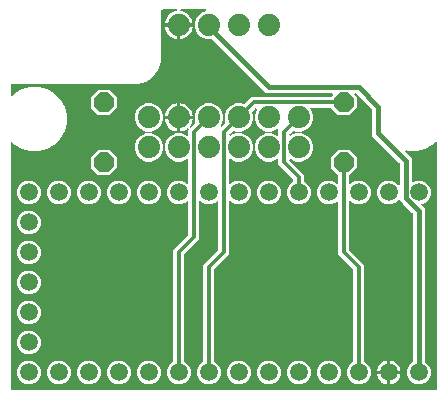
<source format=gbr>
G04 EAGLE Gerber RS-274X export*
G75*
%MOMM*%
%FSLAX34Y34*%
%LPD*%
%INBottom Copper*%
%IPPOS*%
%AMOC8*
5,1,8,0,0,1.08239X$1,22.5*%
G01*
%ADD10C,1.879600*%
%ADD11P,1.814519X8X292.500000*%
%ADD12C,1.508000*%
%ADD13C,0.406400*%
%ADD14C,0.304800*%

G36*
X370098Y10164D02*
X370098Y10164D01*
X370117Y10162D01*
X370219Y10184D01*
X370321Y10200D01*
X370338Y10210D01*
X370358Y10214D01*
X370447Y10267D01*
X370538Y10316D01*
X370552Y10330D01*
X370569Y10340D01*
X370636Y10419D01*
X370708Y10494D01*
X370716Y10512D01*
X370729Y10527D01*
X370768Y10623D01*
X370811Y10717D01*
X370813Y10737D01*
X370821Y10755D01*
X370839Y10922D01*
X370839Y220090D01*
X370828Y220161D01*
X370826Y220233D01*
X370808Y220282D01*
X370800Y220333D01*
X370766Y220396D01*
X370741Y220464D01*
X370709Y220504D01*
X370684Y220551D01*
X370632Y220600D01*
X370588Y220656D01*
X370544Y220684D01*
X370506Y220720D01*
X370441Y220750D01*
X370381Y220789D01*
X370330Y220802D01*
X370283Y220824D01*
X370212Y220831D01*
X370142Y220849D01*
X370090Y220845D01*
X370039Y220851D01*
X369968Y220835D01*
X369897Y220830D01*
X369849Y220809D01*
X369798Y220798D01*
X369737Y220762D01*
X369671Y220733D01*
X369615Y220689D01*
X369587Y220672D01*
X369572Y220654D01*
X369540Y220629D01*
X367177Y218266D01*
X360984Y214690D01*
X354076Y212839D01*
X346924Y212839D01*
X345076Y213335D01*
X345028Y213339D01*
X344982Y213353D01*
X344906Y213351D01*
X344831Y213359D01*
X344784Y213348D01*
X344736Y213347D01*
X344665Y213321D01*
X344591Y213304D01*
X344550Y213279D01*
X344505Y213263D01*
X344446Y213215D01*
X344382Y213176D01*
X344351Y213139D01*
X344313Y213109D01*
X344272Y213045D01*
X344224Y212987D01*
X344206Y212942D01*
X344180Y212902D01*
X344162Y212829D01*
X344134Y212758D01*
X344132Y212710D01*
X344120Y212663D01*
X344126Y212588D01*
X344123Y212512D01*
X344136Y212466D01*
X344139Y212418D01*
X344169Y212349D01*
X344190Y212276D01*
X344217Y212236D01*
X344236Y212192D01*
X344316Y212091D01*
X344329Y212073D01*
X344334Y212069D01*
X344340Y212061D01*
X346386Y210016D01*
X349585Y206817D01*
X349585Y187359D01*
X349592Y187314D01*
X349590Y187268D01*
X349612Y187193D01*
X349624Y187116D01*
X349646Y187076D01*
X349659Y187032D01*
X349703Y186968D01*
X349740Y186899D01*
X349773Y186867D01*
X349799Y186830D01*
X349862Y186783D01*
X349918Y186729D01*
X349960Y186710D01*
X349996Y186683D01*
X350070Y186659D01*
X350141Y186626D01*
X350187Y186621D01*
X350230Y186607D01*
X350308Y186607D01*
X350385Y186599D01*
X350430Y186609D01*
X350476Y186609D01*
X350608Y186647D01*
X350626Y186651D01*
X350630Y186654D01*
X350637Y186656D01*
X353595Y187881D01*
X357605Y187881D01*
X361310Y186346D01*
X364146Y183510D01*
X365681Y179805D01*
X365681Y175795D01*
X364146Y172090D01*
X361310Y169254D01*
X358353Y168029D01*
X358314Y168005D01*
X358271Y167989D01*
X358210Y167940D01*
X358144Y167899D01*
X358114Y167864D01*
X358079Y167835D01*
X358036Y167770D01*
X357987Y167710D01*
X357970Y167667D01*
X357946Y167628D01*
X357927Y167553D01*
X357899Y167480D01*
X357897Y167434D01*
X357886Y167390D01*
X357892Y167312D01*
X357888Y167234D01*
X357901Y167190D01*
X357905Y167145D01*
X357935Y167073D01*
X357957Y166998D01*
X357983Y166961D01*
X358001Y166918D01*
X358086Y166812D01*
X358097Y166796D01*
X358101Y166793D01*
X358106Y166787D01*
X360681Y164212D01*
X360681Y34715D01*
X360700Y34601D01*
X360717Y34485D01*
X360719Y34479D01*
X360720Y34473D01*
X360775Y34370D01*
X360828Y34265D01*
X360833Y34261D01*
X360836Y34255D01*
X360920Y34175D01*
X361004Y34093D01*
X361010Y34089D01*
X361014Y34086D01*
X361031Y34078D01*
X361151Y34012D01*
X361310Y33946D01*
X364146Y31110D01*
X365681Y27405D01*
X365681Y23395D01*
X364146Y19690D01*
X361310Y16854D01*
X357605Y15319D01*
X353595Y15319D01*
X349890Y16854D01*
X347054Y19690D01*
X345519Y23395D01*
X345519Y27405D01*
X347054Y31110D01*
X349890Y33946D01*
X350049Y34012D01*
X350149Y34074D01*
X350249Y34134D01*
X350253Y34138D01*
X350258Y34142D01*
X350333Y34231D01*
X350409Y34321D01*
X350411Y34326D01*
X350415Y34331D01*
X350457Y34439D01*
X350501Y34549D01*
X350502Y34556D01*
X350503Y34561D01*
X350504Y34579D01*
X350519Y34715D01*
X350519Y159688D01*
X350505Y159778D01*
X350497Y159869D01*
X350485Y159899D01*
X350480Y159931D01*
X350437Y160011D01*
X350401Y160095D01*
X350375Y160127D01*
X350364Y160148D01*
X350341Y160170D01*
X350296Y160226D01*
X342622Y167900D01*
X339390Y171133D01*
X339384Y171172D01*
X339350Y171235D01*
X339325Y171303D01*
X339293Y171343D01*
X339268Y171389D01*
X339216Y171439D01*
X339172Y171495D01*
X339128Y171523D01*
X339090Y171559D01*
X339025Y171589D01*
X338965Y171628D01*
X338914Y171640D01*
X338867Y171662D01*
X338796Y171670D01*
X338726Y171688D01*
X338674Y171684D01*
X338623Y171689D01*
X338552Y171674D01*
X338481Y171669D01*
X338433Y171648D01*
X338382Y171637D01*
X338321Y171600D01*
X338255Y171572D01*
X338199Y171527D01*
X338171Y171511D01*
X338156Y171493D01*
X338124Y171467D01*
X335910Y169254D01*
X332205Y167719D01*
X328195Y167719D01*
X324490Y169254D01*
X321654Y172090D01*
X320119Y175795D01*
X320119Y179805D01*
X321654Y183510D01*
X324490Y186346D01*
X328195Y187881D01*
X332205Y187881D01*
X335910Y186346D01*
X338124Y184133D01*
X338182Y184091D01*
X338234Y184041D01*
X338281Y184019D01*
X338323Y183989D01*
X338392Y183968D01*
X338457Y183938D01*
X338509Y183932D01*
X338559Y183917D01*
X338630Y183919D01*
X338701Y183911D01*
X338752Y183922D01*
X338804Y183923D01*
X338872Y183948D01*
X338942Y183963D01*
X338987Y183990D01*
X339035Y184007D01*
X339091Y184052D01*
X339153Y184089D01*
X339187Y184129D01*
X339227Y184161D01*
X339266Y184221D01*
X339313Y184276D01*
X339332Y184324D01*
X339360Y184368D01*
X339378Y184438D01*
X339405Y184504D01*
X339413Y184575D01*
X339421Y184607D01*
X339419Y184630D01*
X339423Y184671D01*
X339423Y202292D01*
X339409Y202383D01*
X339401Y202473D01*
X339389Y202503D01*
X339384Y202535D01*
X339341Y202616D01*
X339305Y202700D01*
X339279Y202732D01*
X339268Y202753D01*
X339245Y202775D01*
X339200Y202831D01*
X319426Y222605D01*
X316227Y225804D01*
X316227Y247772D01*
X316213Y247862D01*
X316205Y247953D01*
X316193Y247983D01*
X316188Y248015D01*
X316145Y248096D01*
X316109Y248179D01*
X316083Y248212D01*
X316072Y248232D01*
X316049Y248254D01*
X316004Y248310D01*
X302918Y261396D01*
X302845Y261449D01*
X302775Y261509D01*
X302745Y261521D01*
X302719Y261540D01*
X302632Y261567D01*
X302547Y261601D01*
X302506Y261605D01*
X302484Y261612D01*
X302451Y261611D01*
X302380Y261619D01*
X301766Y261619D01*
X301695Y261608D01*
X301623Y261606D01*
X301574Y261588D01*
X301523Y261580D01*
X301460Y261546D01*
X301392Y261521D01*
X301352Y261489D01*
X301305Y261464D01*
X301256Y261412D01*
X301200Y261368D01*
X301172Y261324D01*
X301136Y261286D01*
X301106Y261221D01*
X301067Y261161D01*
X301054Y261110D01*
X301032Y261063D01*
X301025Y260992D01*
X301007Y260922D01*
X301011Y260870D01*
X301005Y260819D01*
X301021Y260748D01*
X301026Y260677D01*
X301047Y260629D01*
X301058Y260578D01*
X301094Y260517D01*
X301123Y260451D01*
X301167Y260395D01*
X301184Y260367D01*
X301202Y260352D01*
X301227Y260320D01*
X303023Y258524D01*
X303023Y249476D01*
X296624Y243077D01*
X287576Y243077D01*
X281449Y249204D01*
X281375Y249257D01*
X281305Y249317D01*
X281275Y249329D01*
X281249Y249348D01*
X281162Y249375D01*
X281077Y249409D01*
X281036Y249413D01*
X281014Y249420D01*
X280982Y249419D01*
X280910Y249427D01*
X264594Y249427D01*
X264524Y249416D01*
X264452Y249414D01*
X264403Y249396D01*
X264352Y249388D01*
X264288Y249354D01*
X264221Y249329D01*
X264180Y249297D01*
X264134Y249272D01*
X264085Y249220D01*
X264029Y249176D01*
X264001Y249132D01*
X263965Y249094D01*
X263935Y249029D01*
X263896Y248969D01*
X263883Y248918D01*
X263861Y248871D01*
X263853Y248800D01*
X263836Y248730D01*
X263840Y248678D01*
X263834Y248627D01*
X263849Y248556D01*
X263855Y248485D01*
X263875Y248437D01*
X263886Y248386D01*
X263923Y248325D01*
X263951Y248259D01*
X263996Y248203D01*
X264013Y248175D01*
X264030Y248160D01*
X264056Y248128D01*
X264121Y248063D01*
X265939Y243675D01*
X265939Y238925D01*
X264121Y234537D01*
X260763Y231179D01*
X256375Y229361D01*
X251625Y229361D01*
X249905Y230074D01*
X249792Y230100D01*
X249678Y230129D01*
X249672Y230128D01*
X249666Y230130D01*
X249549Y230119D01*
X249433Y230110D01*
X249427Y230107D01*
X249421Y230107D01*
X249313Y230059D01*
X249207Y230014D01*
X249201Y230009D01*
X249196Y230007D01*
X249182Y229994D01*
X249076Y229909D01*
X246445Y227278D01*
X246388Y227199D01*
X246326Y227124D01*
X246317Y227100D01*
X246302Y227078D01*
X246273Y226985D01*
X246238Y226895D01*
X246237Y226868D01*
X246229Y226843D01*
X246232Y226746D01*
X246228Y226649D01*
X246235Y226624D01*
X246236Y226598D01*
X246269Y226506D01*
X246296Y226413D01*
X246311Y226391D01*
X246320Y226367D01*
X246381Y226290D01*
X246436Y226211D01*
X246457Y226195D01*
X246474Y226174D01*
X246556Y226122D01*
X246634Y226064D01*
X246659Y226056D01*
X246681Y226041D01*
X246775Y226018D01*
X246868Y225988D01*
X246894Y225988D01*
X246919Y225981D01*
X247016Y225989D01*
X247114Y225990D01*
X247145Y225999D01*
X247164Y226001D01*
X247195Y226013D01*
X247275Y226037D01*
X251625Y227839D01*
X256375Y227839D01*
X260763Y226021D01*
X264121Y222663D01*
X265939Y218275D01*
X265939Y213525D01*
X264121Y209137D01*
X260763Y205779D01*
X256375Y203961D01*
X251625Y203961D01*
X247275Y205763D01*
X247208Y205779D01*
X247197Y205784D01*
X247182Y205785D01*
X247180Y205786D01*
X247087Y205814D01*
X247061Y205814D01*
X247035Y205820D01*
X246938Y205810D01*
X246841Y205808D01*
X246816Y205799D01*
X246790Y205796D01*
X246701Y205757D01*
X246610Y205723D01*
X246589Y205707D01*
X246566Y205696D01*
X246494Y205631D01*
X246418Y205570D01*
X246404Y205548D01*
X246384Y205530D01*
X246337Y205445D01*
X246285Y205363D01*
X246278Y205337D01*
X246266Y205315D01*
X246249Y205219D01*
X246225Y205124D01*
X246227Y205098D01*
X246222Y205072D01*
X246236Y204976D01*
X246244Y204879D01*
X246254Y204855D01*
X246258Y204829D01*
X246302Y204742D01*
X246340Y204653D01*
X246361Y204627D01*
X246369Y204610D01*
X246393Y204587D01*
X246416Y204558D01*
X246421Y204550D01*
X246426Y204545D01*
X246445Y204522D01*
X258573Y192394D01*
X258573Y187326D01*
X258592Y187211D01*
X258609Y187095D01*
X258611Y187089D01*
X258612Y187083D01*
X258667Y186980D01*
X258720Y186876D01*
X258725Y186871D01*
X258728Y186866D01*
X258812Y186786D01*
X258896Y186703D01*
X258902Y186700D01*
X258906Y186696D01*
X258923Y186689D01*
X259043Y186623D01*
X259710Y186346D01*
X262546Y183510D01*
X264081Y179805D01*
X264081Y175795D01*
X262546Y172090D01*
X259710Y169254D01*
X256005Y167719D01*
X251995Y167719D01*
X248290Y169254D01*
X245454Y172090D01*
X243919Y175795D01*
X243919Y179805D01*
X245454Y183510D01*
X248290Y186346D01*
X248957Y186623D01*
X249057Y186684D01*
X249157Y186744D01*
X249161Y186749D01*
X249166Y186752D01*
X249241Y186843D01*
X249317Y186931D01*
X249319Y186937D01*
X249323Y186942D01*
X249365Y187050D01*
X249409Y187159D01*
X249410Y187167D01*
X249411Y187171D01*
X249412Y187190D01*
X249427Y187326D01*
X249427Y188291D01*
X249422Y188321D01*
X249424Y188333D01*
X249412Y188385D01*
X249405Y188472D01*
X249393Y188501D01*
X249388Y188533D01*
X249375Y188558D01*
X249371Y188573D01*
X249340Y188626D01*
X249309Y188698D01*
X249283Y188730D01*
X249272Y188751D01*
X249256Y188767D01*
X249245Y188784D01*
X249229Y188798D01*
X249204Y188829D01*
X236727Y201306D01*
X236727Y205306D01*
X236716Y205376D01*
X236714Y205448D01*
X236696Y205497D01*
X236688Y205548D01*
X236654Y205612D01*
X236629Y205679D01*
X236597Y205720D01*
X236572Y205766D01*
X236520Y205815D01*
X236476Y205871D01*
X236432Y205899D01*
X236394Y205935D01*
X236329Y205965D01*
X236269Y206004D01*
X236218Y206017D01*
X236171Y206039D01*
X236100Y206047D01*
X236030Y206064D01*
X235978Y206060D01*
X235927Y206066D01*
X235856Y206051D01*
X235785Y206045D01*
X235737Y206025D01*
X235686Y206014D01*
X235625Y205977D01*
X235559Y205949D01*
X235503Y205904D01*
X235475Y205887D01*
X235460Y205870D01*
X235428Y205844D01*
X235363Y205779D01*
X230975Y203961D01*
X226225Y203961D01*
X221837Y205779D01*
X218479Y209137D01*
X216661Y213525D01*
X216661Y218275D01*
X218479Y222663D01*
X221837Y226021D01*
X226225Y227839D01*
X230975Y227839D01*
X235363Y226021D01*
X235428Y225956D01*
X235486Y225914D01*
X235538Y225865D01*
X235585Y225843D01*
X235627Y225813D01*
X235696Y225792D01*
X235761Y225761D01*
X235813Y225756D01*
X235862Y225740D01*
X235934Y225742D01*
X236005Y225734D01*
X236056Y225745D01*
X236108Y225747D01*
X236176Y225771D01*
X236246Y225786D01*
X236291Y225813D01*
X236339Y225831D01*
X236395Y225876D01*
X236457Y225913D01*
X236491Y225952D01*
X236531Y225985D01*
X236570Y226045D01*
X236617Y226100D01*
X236636Y226148D01*
X236664Y226192D01*
X236682Y226261D01*
X236709Y226328D01*
X236717Y226399D01*
X236725Y226430D01*
X236723Y226454D01*
X236727Y226494D01*
X236727Y230706D01*
X236716Y230776D01*
X236714Y230848D01*
X236696Y230897D01*
X236688Y230948D01*
X236654Y231012D01*
X236629Y231079D01*
X236597Y231120D01*
X236572Y231166D01*
X236520Y231215D01*
X236476Y231271D01*
X236432Y231299D01*
X236394Y231335D01*
X236329Y231365D01*
X236269Y231404D01*
X236218Y231417D01*
X236171Y231439D01*
X236100Y231447D01*
X236030Y231464D01*
X235978Y231460D01*
X235927Y231466D01*
X235856Y231451D01*
X235785Y231445D01*
X235737Y231425D01*
X235686Y231414D01*
X235625Y231377D01*
X235559Y231349D01*
X235503Y231304D01*
X235475Y231287D01*
X235460Y231270D01*
X235428Y231244D01*
X235363Y231179D01*
X230975Y229361D01*
X226225Y229361D01*
X221837Y231179D01*
X218479Y234537D01*
X216661Y238925D01*
X216661Y243675D01*
X218463Y248025D01*
X218486Y248120D01*
X218514Y248213D01*
X218514Y248239D01*
X218520Y248265D01*
X218510Y248362D01*
X218508Y248459D01*
X218499Y248484D01*
X218496Y248510D01*
X218457Y248598D01*
X218423Y248690D01*
X218407Y248711D01*
X218396Y248734D01*
X218331Y248806D01*
X218270Y248882D01*
X218248Y248896D01*
X218230Y248916D01*
X218145Y248963D01*
X218063Y249015D01*
X218037Y249022D01*
X218015Y249034D01*
X217919Y249051D01*
X217824Y249075D01*
X217798Y249073D01*
X217772Y249078D01*
X217676Y249064D01*
X217579Y249056D01*
X217555Y249046D01*
X217529Y249042D01*
X217442Y248998D01*
X217353Y248960D01*
X217327Y248939D01*
X217310Y248931D01*
X217287Y248907D01*
X217222Y248855D01*
X214591Y246224D01*
X214524Y246130D01*
X214453Y246036D01*
X214451Y246030D01*
X214448Y246025D01*
X214414Y245914D01*
X214377Y245802D01*
X214377Y245796D01*
X214375Y245790D01*
X214378Y245673D01*
X214380Y245556D01*
X214382Y245549D01*
X214382Y245544D01*
X214388Y245526D01*
X214426Y245395D01*
X215139Y243675D01*
X215139Y238925D01*
X213321Y234537D01*
X209963Y231179D01*
X205575Y229361D01*
X200825Y229361D01*
X199105Y230074D01*
X198992Y230100D01*
X198878Y230129D01*
X198872Y230128D01*
X198866Y230130D01*
X198749Y230119D01*
X198633Y230110D01*
X198627Y230107D01*
X198621Y230107D01*
X198513Y230059D01*
X198407Y230014D01*
X198401Y230009D01*
X198396Y230007D01*
X198382Y229994D01*
X198276Y229909D01*
X195645Y227278D01*
X195588Y227199D01*
X195526Y227124D01*
X195517Y227100D01*
X195502Y227078D01*
X195473Y226985D01*
X195438Y226895D01*
X195437Y226868D01*
X195429Y226843D01*
X195432Y226746D01*
X195428Y226649D01*
X195435Y226624D01*
X195436Y226598D01*
X195469Y226506D01*
X195496Y226413D01*
X195511Y226391D01*
X195520Y226367D01*
X195581Y226290D01*
X195636Y226211D01*
X195657Y226195D01*
X195674Y226174D01*
X195756Y226122D01*
X195834Y226064D01*
X195859Y226056D01*
X195881Y226041D01*
X195975Y226018D01*
X196068Y225988D01*
X196094Y225988D01*
X196119Y225981D01*
X196216Y225989D01*
X196314Y225990D01*
X196345Y225999D01*
X196364Y226001D01*
X196395Y226013D01*
X196475Y226037D01*
X200825Y227839D01*
X205575Y227839D01*
X209963Y226021D01*
X213321Y222663D01*
X215139Y218275D01*
X215139Y213525D01*
X213321Y209137D01*
X209963Y205779D01*
X205575Y203961D01*
X200825Y203961D01*
X196437Y205779D01*
X196372Y205844D01*
X196314Y205886D01*
X196262Y205935D01*
X196215Y205957D01*
X196173Y205987D01*
X196104Y206008D01*
X196039Y206039D01*
X195987Y206044D01*
X195938Y206060D01*
X195866Y206058D01*
X195795Y206066D01*
X195744Y206055D01*
X195692Y206053D01*
X195624Y206029D01*
X195554Y206014D01*
X195509Y205987D01*
X195461Y205969D01*
X195405Y205924D01*
X195343Y205887D01*
X195309Y205848D01*
X195269Y205815D01*
X195230Y205755D01*
X195183Y205700D01*
X195164Y205652D01*
X195136Y205608D01*
X195118Y205539D01*
X195091Y205472D01*
X195083Y205401D01*
X195075Y205370D01*
X195077Y205346D01*
X195073Y205306D01*
X195073Y185767D01*
X195084Y185696D01*
X195086Y185624D01*
X195104Y185575D01*
X195112Y185524D01*
X195146Y185461D01*
X195171Y185393D01*
X195203Y185353D01*
X195228Y185307D01*
X195280Y185257D01*
X195324Y185201D01*
X195368Y185173D01*
X195406Y185137D01*
X195471Y185107D01*
X195531Y185068D01*
X195582Y185056D01*
X195629Y185034D01*
X195700Y185026D01*
X195770Y185008D01*
X195822Y185012D01*
X195873Y185007D01*
X195944Y185022D01*
X196015Y185027D01*
X196063Y185048D01*
X196114Y185059D01*
X196175Y185096D01*
X196241Y185124D01*
X196297Y185169D01*
X196325Y185185D01*
X196340Y185203D01*
X196372Y185229D01*
X197490Y186346D01*
X201195Y187881D01*
X205205Y187881D01*
X208910Y186346D01*
X211746Y183510D01*
X213281Y179805D01*
X213281Y175795D01*
X211746Y172090D01*
X208910Y169254D01*
X205205Y167719D01*
X201195Y167719D01*
X197490Y169254D01*
X196372Y170371D01*
X196314Y170413D01*
X196262Y170463D01*
X196215Y170485D01*
X196173Y170515D01*
X196104Y170536D01*
X196039Y170566D01*
X195987Y170572D01*
X195937Y170587D01*
X195866Y170585D01*
X195795Y170593D01*
X195744Y170582D01*
X195692Y170581D01*
X195624Y170556D01*
X195554Y170541D01*
X195509Y170514D01*
X195461Y170497D01*
X195405Y170452D01*
X195343Y170415D01*
X195309Y170375D01*
X195269Y170343D01*
X195230Y170283D01*
X195183Y170228D01*
X195164Y170180D01*
X195136Y170136D01*
X195118Y170066D01*
X195091Y170000D01*
X195083Y169929D01*
X195075Y169897D01*
X195077Y169874D01*
X195073Y169833D01*
X195073Y125106D01*
X182596Y112629D01*
X182543Y112555D01*
X182483Y112485D01*
X182471Y112455D01*
X182452Y112429D01*
X182425Y112342D01*
X182391Y112257D01*
X182387Y112216D01*
X182380Y112194D01*
X182381Y112162D01*
X182373Y112091D01*
X182373Y34926D01*
X182392Y34811D01*
X182409Y34695D01*
X182411Y34689D01*
X182412Y34683D01*
X182467Y34580D01*
X182520Y34476D01*
X182525Y34471D01*
X182528Y34466D01*
X182612Y34386D01*
X182696Y34303D01*
X182702Y34300D01*
X182706Y34296D01*
X182723Y34289D01*
X182843Y34223D01*
X183510Y33946D01*
X186346Y31110D01*
X187881Y27405D01*
X187881Y23395D01*
X186346Y19690D01*
X183510Y16854D01*
X179805Y15319D01*
X175795Y15319D01*
X172090Y16854D01*
X169254Y19690D01*
X167719Y23395D01*
X167719Y27405D01*
X169254Y31110D01*
X172090Y33946D01*
X172757Y34223D01*
X172857Y34284D01*
X172957Y34344D01*
X172961Y34349D01*
X172966Y34352D01*
X173041Y34443D01*
X173117Y34531D01*
X173119Y34537D01*
X173123Y34542D01*
X173165Y34650D01*
X173209Y34759D01*
X173210Y34767D01*
X173211Y34771D01*
X173212Y34790D01*
X173227Y34926D01*
X173227Y116194D01*
X185704Y128671D01*
X185757Y128745D01*
X185817Y128815D01*
X185829Y128845D01*
X185848Y128871D01*
X185875Y128958D01*
X185909Y129043D01*
X185913Y129084D01*
X185920Y129106D01*
X185919Y129138D01*
X185927Y129209D01*
X185927Y169833D01*
X185916Y169904D01*
X185914Y169976D01*
X185896Y170025D01*
X185888Y170076D01*
X185854Y170139D01*
X185829Y170207D01*
X185797Y170247D01*
X185772Y170293D01*
X185720Y170343D01*
X185676Y170399D01*
X185632Y170427D01*
X185594Y170463D01*
X185529Y170493D01*
X185469Y170532D01*
X185418Y170544D01*
X185371Y170566D01*
X185300Y170574D01*
X185230Y170592D01*
X185178Y170588D01*
X185127Y170593D01*
X185056Y170578D01*
X184985Y170573D01*
X184937Y170552D01*
X184886Y170541D01*
X184825Y170504D01*
X184759Y170476D01*
X184703Y170431D01*
X184675Y170415D01*
X184660Y170397D01*
X184628Y170371D01*
X183510Y169254D01*
X179805Y167719D01*
X175795Y167719D01*
X172090Y169254D01*
X170972Y170371D01*
X170914Y170413D01*
X170862Y170463D01*
X170815Y170485D01*
X170773Y170515D01*
X170704Y170536D01*
X170639Y170566D01*
X170587Y170572D01*
X170537Y170587D01*
X170466Y170585D01*
X170395Y170593D01*
X170344Y170582D01*
X170292Y170581D01*
X170224Y170556D01*
X170154Y170541D01*
X170109Y170514D01*
X170061Y170497D01*
X170005Y170452D01*
X169943Y170415D01*
X169909Y170375D01*
X169869Y170343D01*
X169830Y170283D01*
X169783Y170228D01*
X169764Y170180D01*
X169736Y170136D01*
X169718Y170066D01*
X169691Y170000D01*
X169683Y169929D01*
X169675Y169897D01*
X169677Y169874D01*
X169673Y169833D01*
X169673Y137806D01*
X157196Y125329D01*
X157143Y125255D01*
X157083Y125185D01*
X157071Y125155D01*
X157052Y125129D01*
X157025Y125042D01*
X156991Y124957D01*
X156987Y124916D01*
X156980Y124894D01*
X156981Y124862D01*
X156973Y124791D01*
X156973Y34926D01*
X156992Y34811D01*
X157009Y34695D01*
X157011Y34689D01*
X157012Y34683D01*
X157067Y34580D01*
X157120Y34476D01*
X157125Y34471D01*
X157128Y34466D01*
X157212Y34386D01*
X157296Y34303D01*
X157302Y34300D01*
X157306Y34296D01*
X157323Y34289D01*
X157443Y34223D01*
X158110Y33946D01*
X160946Y31110D01*
X162481Y27405D01*
X162481Y23395D01*
X160946Y19690D01*
X158110Y16854D01*
X154405Y15319D01*
X150395Y15319D01*
X146690Y16854D01*
X143854Y19690D01*
X142319Y23395D01*
X142319Y27405D01*
X143854Y31110D01*
X146690Y33946D01*
X147357Y34223D01*
X147457Y34284D01*
X147557Y34344D01*
X147561Y34349D01*
X147566Y34352D01*
X147641Y34443D01*
X147717Y34531D01*
X147719Y34537D01*
X147723Y34542D01*
X147765Y34650D01*
X147809Y34759D01*
X147810Y34767D01*
X147811Y34771D01*
X147812Y34790D01*
X147827Y34926D01*
X147827Y128894D01*
X160304Y141371D01*
X160357Y141445D01*
X160417Y141515D01*
X160429Y141545D01*
X160448Y141571D01*
X160475Y141658D01*
X160509Y141743D01*
X160513Y141784D01*
X160520Y141806D01*
X160519Y141838D01*
X160527Y141909D01*
X160527Y169833D01*
X160516Y169904D01*
X160514Y169976D01*
X160496Y170025D01*
X160488Y170076D01*
X160454Y170139D01*
X160429Y170207D01*
X160397Y170247D01*
X160372Y170293D01*
X160320Y170343D01*
X160276Y170399D01*
X160232Y170427D01*
X160194Y170463D01*
X160129Y170493D01*
X160069Y170532D01*
X160018Y170544D01*
X159971Y170566D01*
X159900Y170574D01*
X159830Y170592D01*
X159778Y170588D01*
X159727Y170593D01*
X159656Y170578D01*
X159585Y170573D01*
X159537Y170552D01*
X159486Y170541D01*
X159425Y170504D01*
X159359Y170476D01*
X159303Y170431D01*
X159275Y170415D01*
X159260Y170397D01*
X159228Y170371D01*
X158110Y169254D01*
X154405Y167719D01*
X150395Y167719D01*
X146690Y169254D01*
X143854Y172090D01*
X142319Y175795D01*
X142319Y179805D01*
X143854Y183510D01*
X146690Y186346D01*
X150395Y187881D01*
X154405Y187881D01*
X158110Y186346D01*
X159228Y185229D01*
X159286Y185187D01*
X159338Y185137D01*
X159385Y185115D01*
X159427Y185085D01*
X159496Y185064D01*
X159561Y185034D01*
X159613Y185028D01*
X159663Y185013D01*
X159734Y185015D01*
X159805Y185007D01*
X159856Y185018D01*
X159908Y185019D01*
X159976Y185044D01*
X160046Y185059D01*
X160091Y185086D01*
X160139Y185103D01*
X160195Y185148D01*
X160257Y185185D01*
X160291Y185225D01*
X160331Y185257D01*
X160370Y185317D01*
X160417Y185372D01*
X160436Y185420D01*
X160464Y185464D01*
X160482Y185534D01*
X160509Y185600D01*
X160517Y185671D01*
X160525Y185703D01*
X160523Y185726D01*
X160527Y185767D01*
X160527Y205306D01*
X160516Y205376D01*
X160514Y205448D01*
X160496Y205497D01*
X160488Y205548D01*
X160454Y205612D01*
X160429Y205679D01*
X160397Y205720D01*
X160372Y205766D01*
X160320Y205815D01*
X160276Y205871D01*
X160232Y205899D01*
X160194Y205935D01*
X160129Y205965D01*
X160069Y206004D01*
X160018Y206017D01*
X159971Y206039D01*
X159900Y206047D01*
X159830Y206064D01*
X159778Y206060D01*
X159727Y206066D01*
X159656Y206051D01*
X159585Y206045D01*
X159537Y206025D01*
X159486Y206014D01*
X159425Y205977D01*
X159359Y205949D01*
X159303Y205904D01*
X159275Y205887D01*
X159260Y205870D01*
X159228Y205844D01*
X159163Y205779D01*
X154775Y203961D01*
X150025Y203961D01*
X145637Y205779D01*
X142279Y209137D01*
X140461Y213525D01*
X140461Y218275D01*
X142279Y222663D01*
X145637Y226021D01*
X150025Y227839D01*
X154775Y227839D01*
X159163Y226021D01*
X159228Y225956D01*
X159286Y225914D01*
X159338Y225865D01*
X159385Y225843D01*
X159427Y225813D01*
X159496Y225792D01*
X159561Y225761D01*
X159613Y225756D01*
X159662Y225740D01*
X159734Y225742D01*
X159805Y225734D01*
X159856Y225745D01*
X159908Y225747D01*
X159976Y225771D01*
X160046Y225786D01*
X160091Y225813D01*
X160139Y225831D01*
X160195Y225876D01*
X160257Y225913D01*
X160291Y225952D01*
X160331Y225985D01*
X160370Y226045D01*
X160417Y226100D01*
X160436Y226148D01*
X160464Y226192D01*
X160482Y226261D01*
X160509Y226328D01*
X160517Y226399D01*
X160525Y226430D01*
X160523Y226454D01*
X160527Y226494D01*
X160527Y230494D01*
X160832Y230799D01*
X160869Y230851D01*
X160914Y230896D01*
X160940Y230950D01*
X160975Y230998D01*
X160994Y231060D01*
X161022Y231117D01*
X161030Y231176D01*
X161048Y231234D01*
X161046Y231297D01*
X161055Y231361D01*
X161043Y231419D01*
X161041Y231479D01*
X161019Y231540D01*
X161007Y231602D01*
X160978Y231654D01*
X160957Y231710D01*
X160917Y231760D01*
X160885Y231816D01*
X160841Y231856D01*
X160803Y231902D01*
X160750Y231937D01*
X160702Y231980D01*
X160647Y232003D01*
X160596Y232035D01*
X160535Y232051D01*
X160476Y232076D01*
X160416Y232081D01*
X160358Y232096D01*
X160294Y232091D01*
X160231Y232096D01*
X160172Y232081D01*
X160113Y232076D01*
X160054Y232051D01*
X159992Y232036D01*
X159917Y231993D01*
X159886Y231980D01*
X159867Y231965D01*
X159846Y231953D01*
X158657Y231089D01*
X156983Y230236D01*
X155196Y229655D01*
X153923Y229454D01*
X153923Y239777D01*
X164246Y239777D01*
X164045Y238504D01*
X163464Y236717D01*
X162611Y235043D01*
X161747Y233854D01*
X161718Y233797D01*
X161681Y233745D01*
X161664Y233688D01*
X161637Y233634D01*
X161628Y233571D01*
X161609Y233510D01*
X161610Y233450D01*
X161602Y233391D01*
X161614Y233328D01*
X161615Y233264D01*
X161636Y233208D01*
X161647Y233149D01*
X161678Y233093D01*
X161700Y233033D01*
X161737Y232986D01*
X161766Y232934D01*
X161813Y232891D01*
X161853Y232841D01*
X161904Y232808D01*
X161948Y232768D01*
X162006Y232742D01*
X162060Y232708D01*
X162118Y232693D01*
X162173Y232669D01*
X162237Y232663D01*
X162299Y232648D01*
X162358Y232652D01*
X162418Y232647D01*
X162480Y232662D01*
X162544Y232667D01*
X162599Y232690D01*
X162657Y232704D01*
X162712Y232738D01*
X162770Y232763D01*
X162838Y232817D01*
X162866Y232835D01*
X162882Y232853D01*
X162901Y232868D01*
X166409Y236376D01*
X166476Y236470D01*
X166547Y236564D01*
X166549Y236570D01*
X166552Y236575D01*
X166586Y236686D01*
X166623Y236798D01*
X166623Y236804D01*
X166625Y236810D01*
X166622Y236927D01*
X166620Y237044D01*
X166618Y237051D01*
X166618Y237056D01*
X166612Y237074D01*
X166574Y237205D01*
X165861Y238925D01*
X165861Y243675D01*
X167679Y248063D01*
X171037Y251421D01*
X175425Y253239D01*
X180175Y253239D01*
X184563Y251421D01*
X187921Y248063D01*
X189739Y243675D01*
X189739Y238925D01*
X187937Y234575D01*
X187914Y234480D01*
X187886Y234387D01*
X187886Y234361D01*
X187880Y234335D01*
X187890Y234238D01*
X187892Y234141D01*
X187901Y234116D01*
X187904Y234090D01*
X187943Y234002D01*
X187977Y233910D01*
X187993Y233889D01*
X188004Y233866D01*
X188069Y233794D01*
X188130Y233718D01*
X188152Y233704D01*
X188170Y233684D01*
X188255Y233637D01*
X188337Y233585D01*
X188363Y233578D01*
X188385Y233566D01*
X188481Y233549D01*
X188576Y233525D01*
X188602Y233527D01*
X188628Y233522D01*
X188724Y233536D01*
X188821Y233544D01*
X188845Y233554D01*
X188871Y233558D01*
X188958Y233602D01*
X189047Y233640D01*
X189073Y233661D01*
X189090Y233669D01*
X189113Y233693D01*
X189178Y233745D01*
X191809Y236376D01*
X191876Y236470D01*
X191947Y236564D01*
X191949Y236570D01*
X191952Y236575D01*
X191986Y236686D01*
X192023Y236798D01*
X192023Y236804D01*
X192025Y236810D01*
X192022Y236927D01*
X192020Y237044D01*
X192018Y237051D01*
X192018Y237056D01*
X192012Y237074D01*
X191974Y237205D01*
X191261Y238925D01*
X191261Y243675D01*
X193079Y248063D01*
X196437Y251421D01*
X200825Y253239D01*
X205575Y253239D01*
X207295Y252526D01*
X207408Y252500D01*
X207522Y252471D01*
X207528Y252472D01*
X207534Y252470D01*
X207651Y252481D01*
X207767Y252490D01*
X207773Y252493D01*
X207779Y252493D01*
X207887Y252541D01*
X207993Y252586D01*
X207999Y252591D01*
X208004Y252593D01*
X208018Y252606D01*
X208124Y252691D01*
X214006Y258573D01*
X280910Y258573D01*
X281000Y258587D01*
X281091Y258595D01*
X281121Y258607D01*
X281153Y258612D01*
X281234Y258655D01*
X281318Y258691D01*
X281350Y258717D01*
X281370Y258728D01*
X281393Y258751D01*
X281449Y258796D01*
X282973Y260320D01*
X283015Y260378D01*
X283064Y260430D01*
X283086Y260477D01*
X283116Y260519D01*
X283137Y260588D01*
X283168Y260653D01*
X283173Y260705D01*
X283189Y260755D01*
X283187Y260826D01*
X283195Y260897D01*
X283184Y260948D01*
X283182Y261000D01*
X283158Y261068D01*
X283142Y261138D01*
X283116Y261183D01*
X283098Y261231D01*
X283053Y261287D01*
X283016Y261349D01*
X282977Y261383D01*
X282944Y261423D01*
X282884Y261462D01*
X282829Y261509D01*
X282781Y261528D01*
X282737Y261556D01*
X282668Y261574D01*
X282601Y261601D01*
X282530Y261609D01*
X282499Y261617D01*
X282475Y261615D01*
X282434Y261619D01*
X226495Y261619D01*
X180873Y307242D01*
X180778Y307310D01*
X180683Y307381D01*
X180678Y307382D01*
X180673Y307385D01*
X180561Y307420D01*
X180504Y307438D01*
X180493Y307443D01*
X180489Y307443D01*
X180449Y307456D01*
X180443Y307456D01*
X180438Y307458D01*
X180373Y307456D01*
X180326Y307461D01*
X175425Y307461D01*
X171037Y309279D01*
X167679Y312637D01*
X165861Y317025D01*
X165861Y321775D01*
X167679Y326163D01*
X171037Y329521D01*
X175271Y331275D01*
X175354Y331326D01*
X175440Y331372D01*
X175458Y331391D01*
X175480Y331404D01*
X175542Y331479D01*
X175609Y331550D01*
X175620Y331574D01*
X175637Y331594D01*
X175671Y331685D01*
X175713Y331773D01*
X175715Y331799D01*
X175725Y331823D01*
X175729Y331921D01*
X175740Y332017D01*
X175734Y332043D01*
X175735Y332069D01*
X175708Y332163D01*
X175687Y332258D01*
X175674Y332280D01*
X175667Y332305D01*
X175611Y332385D01*
X175561Y332469D01*
X175541Y332486D01*
X175526Y332507D01*
X175448Y332566D01*
X175374Y332629D01*
X175350Y332639D01*
X175329Y332654D01*
X175237Y332684D01*
X175146Y332721D01*
X175114Y332724D01*
X175095Y332730D01*
X175062Y332730D01*
X174979Y332739D01*
X154169Y332739D01*
X154106Y332729D01*
X154043Y332729D01*
X153986Y332709D01*
X153927Y332700D01*
X153870Y332670D01*
X153810Y332649D01*
X153762Y332612D01*
X153709Y332584D01*
X153665Y332538D01*
X153615Y332499D01*
X153581Y332450D01*
X153540Y332406D01*
X153513Y332348D01*
X153477Y332295D01*
X153462Y332237D01*
X153436Y332183D01*
X153429Y332120D01*
X153412Y332058D01*
X153416Y331998D01*
X153409Y331939D01*
X153423Y331876D01*
X153426Y331812D01*
X153449Y331757D01*
X153461Y331698D01*
X153494Y331643D01*
X153518Y331584D01*
X153557Y331539D01*
X153588Y331487D01*
X153636Y331446D01*
X153678Y331397D01*
X153729Y331366D01*
X153775Y331327D01*
X153834Y331303D01*
X153889Y331270D01*
X153972Y331248D01*
X154003Y331235D01*
X154027Y331233D01*
X154050Y331226D01*
X155196Y331045D01*
X156983Y330464D01*
X158657Y329611D01*
X160178Y328506D01*
X161506Y327178D01*
X162611Y325657D01*
X163464Y323983D01*
X164045Y322196D01*
X164246Y320923D01*
X153162Y320923D01*
X153142Y320920D01*
X153123Y320922D01*
X153021Y320900D01*
X152919Y320883D01*
X152902Y320874D01*
X152882Y320870D01*
X152793Y320817D01*
X152702Y320768D01*
X152688Y320754D01*
X152671Y320744D01*
X152604Y320665D01*
X152533Y320590D01*
X152524Y320572D01*
X152511Y320557D01*
X152473Y320461D01*
X152429Y320367D01*
X152427Y320347D01*
X152419Y320329D01*
X152401Y320162D01*
X152401Y319399D01*
X152399Y319399D01*
X152399Y320162D01*
X152396Y320182D01*
X152398Y320201D01*
X152376Y320303D01*
X152359Y320405D01*
X152350Y320422D01*
X152346Y320442D01*
X152293Y320531D01*
X152244Y320622D01*
X152230Y320636D01*
X152220Y320653D01*
X152141Y320720D01*
X152066Y320791D01*
X152048Y320800D01*
X152033Y320813D01*
X151937Y320852D01*
X151843Y320895D01*
X151823Y320897D01*
X151805Y320905D01*
X151638Y320923D01*
X140554Y320923D01*
X140755Y322196D01*
X141336Y323983D01*
X142189Y325657D01*
X143294Y327178D01*
X144622Y328506D01*
X146143Y329611D01*
X147817Y330464D01*
X149604Y331045D01*
X150750Y331226D01*
X150810Y331246D01*
X150873Y331257D01*
X150926Y331285D01*
X150983Y331303D01*
X151034Y331342D01*
X151091Y331372D01*
X151132Y331415D01*
X151180Y331451D01*
X151216Y331504D01*
X151260Y331550D01*
X151285Y331604D01*
X151319Y331654D01*
X151337Y331715D01*
X151364Y331773D01*
X151370Y331833D01*
X151387Y331890D01*
X151384Y331954D01*
X151391Y332017D01*
X151378Y332076D01*
X151375Y332136D01*
X151352Y332195D01*
X151339Y332258D01*
X151308Y332309D01*
X151286Y332365D01*
X151245Y332414D01*
X151212Y332469D01*
X151167Y332508D01*
X151128Y332554D01*
X151074Y332587D01*
X151025Y332629D01*
X150970Y332651D01*
X150919Y332683D01*
X150857Y332697D01*
X150797Y332721D01*
X150711Y332730D01*
X150679Y332738D01*
X150655Y332737D01*
X150631Y332739D01*
X139700Y332739D01*
X139678Y332736D01*
X139640Y332737D01*
X139362Y332715D01*
X139357Y332714D01*
X139351Y332714D01*
X139187Y332680D01*
X138658Y332508D01*
X138626Y332492D01*
X138591Y332483D01*
X138445Y332400D01*
X137995Y332073D01*
X137970Y332048D01*
X137940Y332029D01*
X137827Y331905D01*
X137500Y331455D01*
X137484Y331423D01*
X137461Y331395D01*
X137392Y331242D01*
X137220Y330713D01*
X137219Y330708D01*
X137216Y330703D01*
X137185Y330538D01*
X137163Y330260D01*
X137165Y330238D01*
X137161Y330200D01*
X137161Y288479D01*
X134923Y281592D01*
X130666Y275734D01*
X124808Y271477D01*
X117921Y269239D01*
X10922Y269239D01*
X10902Y269236D01*
X10883Y269238D01*
X10781Y269216D01*
X10679Y269200D01*
X10662Y269190D01*
X10642Y269186D01*
X10553Y269133D01*
X10462Y269084D01*
X10448Y269070D01*
X10431Y269060D01*
X10364Y268981D01*
X10292Y268906D01*
X10284Y268888D01*
X10271Y268873D01*
X10232Y268777D01*
X10189Y268683D01*
X10187Y268663D01*
X10179Y268645D01*
X10161Y268478D01*
X10161Y259910D01*
X10172Y259839D01*
X10174Y259767D01*
X10192Y259718D01*
X10200Y259667D01*
X10234Y259604D01*
X10259Y259536D01*
X10291Y259496D01*
X10316Y259449D01*
X10368Y259400D01*
X10412Y259344D01*
X10456Y259316D01*
X10494Y259280D01*
X10559Y259250D01*
X10619Y259211D01*
X10670Y259198D01*
X10717Y259176D01*
X10788Y259169D01*
X10858Y259151D01*
X10910Y259155D01*
X10961Y259149D01*
X11032Y259165D01*
X11103Y259170D01*
X11151Y259191D01*
X11202Y259202D01*
X11263Y259238D01*
X11329Y259267D01*
X11385Y259311D01*
X11413Y259328D01*
X11428Y259346D01*
X11460Y259371D01*
X13823Y261734D01*
X20016Y265310D01*
X26924Y267161D01*
X34076Y267161D01*
X40984Y265310D01*
X47177Y261734D01*
X52234Y256677D01*
X55810Y250484D01*
X57661Y243576D01*
X57661Y236424D01*
X55810Y229516D01*
X52234Y223323D01*
X47177Y218266D01*
X40984Y214690D01*
X34076Y212839D01*
X26924Y212839D01*
X20016Y214690D01*
X13823Y218266D01*
X11460Y220629D01*
X11402Y220671D01*
X11350Y220720D01*
X11303Y220742D01*
X11261Y220772D01*
X11192Y220793D01*
X11127Y220824D01*
X11075Y220829D01*
X11025Y220845D01*
X10954Y220843D01*
X10883Y220851D01*
X10832Y220840D01*
X10780Y220838D01*
X10712Y220814D01*
X10642Y220798D01*
X10597Y220772D01*
X10549Y220754D01*
X10493Y220709D01*
X10431Y220672D01*
X10397Y220633D01*
X10357Y220600D01*
X10318Y220540D01*
X10271Y220485D01*
X10252Y220437D01*
X10224Y220393D01*
X10206Y220324D01*
X10179Y220257D01*
X10171Y220186D01*
X10163Y220155D01*
X10165Y220131D01*
X10161Y220090D01*
X10161Y10922D01*
X10164Y10902D01*
X10162Y10883D01*
X10184Y10781D01*
X10200Y10679D01*
X10210Y10662D01*
X10214Y10642D01*
X10267Y10553D01*
X10316Y10462D01*
X10330Y10448D01*
X10340Y10431D01*
X10419Y10364D01*
X10494Y10292D01*
X10512Y10284D01*
X10527Y10271D01*
X10623Y10232D01*
X10717Y10189D01*
X10737Y10187D01*
X10755Y10179D01*
X10922Y10161D01*
X370078Y10161D01*
X370098Y10164D01*
G37*
%LPC*%
G36*
X302795Y15319D02*
X302795Y15319D01*
X299090Y16854D01*
X296254Y19690D01*
X294719Y23395D01*
X294719Y27405D01*
X296254Y31110D01*
X299090Y33946D01*
X299757Y34223D01*
X299857Y34284D01*
X299957Y34344D01*
X299961Y34349D01*
X299966Y34352D01*
X300041Y34443D01*
X300117Y34531D01*
X300119Y34537D01*
X300123Y34542D01*
X300165Y34650D01*
X300209Y34759D01*
X300210Y34767D01*
X300211Y34771D01*
X300212Y34790D01*
X300227Y34926D01*
X300227Y112091D01*
X300213Y112181D01*
X300205Y112272D01*
X300193Y112301D01*
X300188Y112333D01*
X300145Y112414D01*
X300109Y112498D01*
X300083Y112530D01*
X300072Y112551D01*
X300049Y112573D01*
X300004Y112629D01*
X287527Y125106D01*
X287527Y169833D01*
X287516Y169904D01*
X287514Y169976D01*
X287496Y170025D01*
X287488Y170076D01*
X287454Y170139D01*
X287429Y170207D01*
X287397Y170247D01*
X287372Y170293D01*
X287320Y170343D01*
X287276Y170399D01*
X287232Y170427D01*
X287194Y170463D01*
X287129Y170493D01*
X287069Y170532D01*
X287018Y170544D01*
X286971Y170566D01*
X286900Y170574D01*
X286830Y170592D01*
X286778Y170588D01*
X286727Y170593D01*
X286656Y170578D01*
X286585Y170573D01*
X286537Y170552D01*
X286486Y170541D01*
X286425Y170504D01*
X286359Y170476D01*
X286303Y170431D01*
X286275Y170415D01*
X286260Y170397D01*
X286228Y170371D01*
X285110Y169254D01*
X281405Y167719D01*
X277395Y167719D01*
X273690Y169254D01*
X270854Y172090D01*
X269319Y175795D01*
X269319Y179805D01*
X270854Y183510D01*
X273690Y186346D01*
X277395Y187881D01*
X281405Y187881D01*
X285110Y186346D01*
X286228Y185229D01*
X286286Y185187D01*
X286338Y185137D01*
X286385Y185115D01*
X286427Y185085D01*
X286496Y185064D01*
X286561Y185034D01*
X286613Y185028D01*
X286663Y185013D01*
X286734Y185015D01*
X286805Y185007D01*
X286856Y185018D01*
X286908Y185019D01*
X286976Y185044D01*
X287046Y185059D01*
X287091Y185086D01*
X287139Y185103D01*
X287195Y185148D01*
X287257Y185185D01*
X287291Y185225D01*
X287331Y185257D01*
X287370Y185317D01*
X287417Y185372D01*
X287436Y185420D01*
X287464Y185464D01*
X287482Y185534D01*
X287509Y185600D01*
X287517Y185671D01*
X287525Y185703D01*
X287523Y185726D01*
X287527Y185767D01*
X287527Y192010D01*
X287513Y192100D01*
X287505Y192191D01*
X287493Y192221D01*
X287488Y192253D01*
X287445Y192334D01*
X287409Y192418D01*
X287383Y192450D01*
X287372Y192470D01*
X287349Y192493D01*
X287304Y192549D01*
X281177Y198676D01*
X281177Y207724D01*
X287576Y214123D01*
X296624Y214123D01*
X303023Y207724D01*
X303023Y198676D01*
X296896Y192549D01*
X296843Y192475D01*
X296783Y192405D01*
X296771Y192375D01*
X296752Y192349D01*
X296725Y192262D01*
X296691Y192177D01*
X296687Y192136D01*
X296680Y192114D01*
X296681Y192082D01*
X296673Y192010D01*
X296673Y185767D01*
X296684Y185696D01*
X296686Y185624D01*
X296704Y185575D01*
X296712Y185524D01*
X296746Y185461D01*
X296771Y185393D01*
X296803Y185353D01*
X296828Y185307D01*
X296880Y185257D01*
X296924Y185201D01*
X296968Y185173D01*
X297006Y185137D01*
X297071Y185107D01*
X297131Y185068D01*
X297182Y185056D01*
X297229Y185034D01*
X297300Y185026D01*
X297370Y185008D01*
X297422Y185012D01*
X297473Y185007D01*
X297544Y185022D01*
X297615Y185027D01*
X297663Y185048D01*
X297714Y185059D01*
X297775Y185096D01*
X297841Y185124D01*
X297897Y185169D01*
X297925Y185185D01*
X297940Y185203D01*
X297972Y185229D01*
X299090Y186346D01*
X302795Y187881D01*
X306805Y187881D01*
X310510Y186346D01*
X313346Y183510D01*
X314881Y179805D01*
X314881Y175795D01*
X313346Y172090D01*
X310510Y169254D01*
X306805Y167719D01*
X302795Y167719D01*
X299090Y169254D01*
X297972Y170371D01*
X297914Y170413D01*
X297862Y170463D01*
X297815Y170485D01*
X297773Y170515D01*
X297704Y170536D01*
X297639Y170566D01*
X297587Y170572D01*
X297537Y170587D01*
X297466Y170585D01*
X297395Y170593D01*
X297344Y170582D01*
X297292Y170581D01*
X297224Y170556D01*
X297154Y170541D01*
X297109Y170514D01*
X297061Y170497D01*
X297005Y170452D01*
X296943Y170415D01*
X296909Y170375D01*
X296869Y170343D01*
X296830Y170283D01*
X296783Y170228D01*
X296764Y170180D01*
X296736Y170136D01*
X296718Y170066D01*
X296691Y170000D01*
X296683Y169929D01*
X296675Y169897D01*
X296677Y169874D01*
X296673Y169833D01*
X296673Y129209D01*
X296687Y129119D01*
X296695Y129028D01*
X296707Y128999D01*
X296712Y128967D01*
X296755Y128886D01*
X296791Y128802D01*
X296817Y128770D01*
X296828Y128749D01*
X296851Y128727D01*
X296896Y128671D01*
X309373Y116194D01*
X309373Y34926D01*
X309392Y34811D01*
X309409Y34695D01*
X309411Y34689D01*
X309412Y34683D01*
X309467Y34580D01*
X309520Y34476D01*
X309525Y34471D01*
X309528Y34466D01*
X309612Y34386D01*
X309696Y34303D01*
X309702Y34300D01*
X309706Y34296D01*
X309723Y34289D01*
X309843Y34223D01*
X310510Y33946D01*
X313346Y31110D01*
X314881Y27405D01*
X314881Y23395D01*
X313346Y19690D01*
X310510Y16854D01*
X306805Y15319D01*
X302795Y15319D01*
G37*
%LPD*%
%LPC*%
G36*
X124625Y203961D02*
X124625Y203961D01*
X120237Y205779D01*
X116879Y209137D01*
X115061Y213525D01*
X115061Y218275D01*
X116879Y222663D01*
X120237Y226021D01*
X124625Y227839D01*
X129375Y227839D01*
X133763Y226021D01*
X137121Y222663D01*
X138939Y218275D01*
X138939Y213525D01*
X137121Y209137D01*
X133763Y205779D01*
X129375Y203961D01*
X124625Y203961D01*
G37*
%LPD*%
%LPC*%
G36*
X124625Y229361D02*
X124625Y229361D01*
X120237Y231179D01*
X116879Y234537D01*
X115061Y238925D01*
X115061Y243675D01*
X116879Y248063D01*
X120237Y251421D01*
X124625Y253239D01*
X129375Y253239D01*
X133763Y251421D01*
X137121Y248063D01*
X138939Y243675D01*
X138939Y238925D01*
X137121Y234537D01*
X133763Y231179D01*
X129375Y229361D01*
X124625Y229361D01*
G37*
%LPD*%
%LPC*%
G36*
X84376Y192277D02*
X84376Y192277D01*
X77977Y198676D01*
X77977Y207724D01*
X84376Y214123D01*
X93424Y214123D01*
X99823Y207724D01*
X99823Y198676D01*
X93424Y192277D01*
X84376Y192277D01*
G37*
%LPD*%
%LPC*%
G36*
X84376Y243077D02*
X84376Y243077D01*
X77977Y249476D01*
X77977Y258524D01*
X84376Y264923D01*
X93424Y264923D01*
X99823Y258524D01*
X99823Y249476D01*
X93424Y243077D01*
X84376Y243077D01*
G37*
%LPD*%
%LPC*%
G36*
X201195Y15319D02*
X201195Y15319D01*
X197490Y16854D01*
X194654Y19690D01*
X193119Y23395D01*
X193119Y27405D01*
X194654Y31110D01*
X197490Y33946D01*
X201195Y35481D01*
X205205Y35481D01*
X208910Y33946D01*
X211746Y31110D01*
X213281Y27405D01*
X213281Y23395D01*
X211746Y19690D01*
X208910Y16854D01*
X205205Y15319D01*
X201195Y15319D01*
G37*
%LPD*%
%LPC*%
G36*
X124995Y15319D02*
X124995Y15319D01*
X121290Y16854D01*
X118454Y19690D01*
X116919Y23395D01*
X116919Y27405D01*
X118454Y31110D01*
X121290Y33946D01*
X124995Y35481D01*
X129005Y35481D01*
X132710Y33946D01*
X135546Y31110D01*
X137081Y27405D01*
X137081Y23395D01*
X135546Y19690D01*
X132710Y16854D01*
X129005Y15319D01*
X124995Y15319D01*
G37*
%LPD*%
%LPC*%
G36*
X99595Y15319D02*
X99595Y15319D01*
X95890Y16854D01*
X93054Y19690D01*
X91519Y23395D01*
X91519Y27405D01*
X93054Y31110D01*
X95890Y33946D01*
X99595Y35481D01*
X103605Y35481D01*
X107310Y33946D01*
X110146Y31110D01*
X111681Y27405D01*
X111681Y23395D01*
X110146Y19690D01*
X107310Y16854D01*
X103605Y15319D01*
X99595Y15319D01*
G37*
%LPD*%
%LPC*%
G36*
X74195Y15319D02*
X74195Y15319D01*
X70490Y16854D01*
X67654Y19690D01*
X66119Y23395D01*
X66119Y27405D01*
X67654Y31110D01*
X70490Y33946D01*
X74195Y35481D01*
X78205Y35481D01*
X81910Y33946D01*
X84746Y31110D01*
X86281Y27405D01*
X86281Y23395D01*
X84746Y19690D01*
X81910Y16854D01*
X78205Y15319D01*
X74195Y15319D01*
G37*
%LPD*%
%LPC*%
G36*
X48795Y15319D02*
X48795Y15319D01*
X45090Y16854D01*
X42254Y19690D01*
X40719Y23395D01*
X40719Y27405D01*
X42254Y31110D01*
X45090Y33946D01*
X48795Y35481D01*
X52805Y35481D01*
X56510Y33946D01*
X59346Y31110D01*
X60881Y27405D01*
X60881Y23395D01*
X59346Y19690D01*
X56510Y16854D01*
X52805Y15319D01*
X48795Y15319D01*
G37*
%LPD*%
%LPC*%
G36*
X23395Y15319D02*
X23395Y15319D01*
X19690Y16854D01*
X16854Y19690D01*
X15319Y23395D01*
X15319Y27405D01*
X16854Y31110D01*
X19690Y33946D01*
X23395Y35481D01*
X27405Y35481D01*
X31110Y33946D01*
X33946Y31110D01*
X35481Y27405D01*
X35481Y23395D01*
X33946Y19690D01*
X31110Y16854D01*
X27405Y15319D01*
X23395Y15319D01*
G37*
%LPD*%
%LPC*%
G36*
X74195Y167719D02*
X74195Y167719D01*
X70490Y169254D01*
X67654Y172090D01*
X66119Y175795D01*
X66119Y179805D01*
X67654Y183510D01*
X70490Y186346D01*
X74195Y187881D01*
X78205Y187881D01*
X81910Y186346D01*
X84746Y183510D01*
X86281Y179805D01*
X86281Y175795D01*
X84746Y172090D01*
X81910Y169254D01*
X78205Y167719D01*
X74195Y167719D01*
G37*
%LPD*%
%LPC*%
G36*
X99595Y167719D02*
X99595Y167719D01*
X95890Y169254D01*
X93054Y172090D01*
X91519Y175795D01*
X91519Y179805D01*
X93054Y183510D01*
X95890Y186346D01*
X99595Y187881D01*
X103605Y187881D01*
X107310Y186346D01*
X110146Y183510D01*
X111681Y179805D01*
X111681Y175795D01*
X110146Y172090D01*
X107310Y169254D01*
X103605Y167719D01*
X99595Y167719D01*
G37*
%LPD*%
%LPC*%
G36*
X124995Y167719D02*
X124995Y167719D01*
X121290Y169254D01*
X118454Y172090D01*
X116919Y175795D01*
X116919Y179805D01*
X118454Y183510D01*
X121290Y186346D01*
X124995Y187881D01*
X129005Y187881D01*
X132710Y186346D01*
X135546Y183510D01*
X137081Y179805D01*
X137081Y175795D01*
X135546Y172090D01*
X132710Y169254D01*
X129005Y167719D01*
X124995Y167719D01*
G37*
%LPD*%
%LPC*%
G36*
X226595Y167719D02*
X226595Y167719D01*
X222890Y169254D01*
X220054Y172090D01*
X218519Y175795D01*
X218519Y179805D01*
X220054Y183510D01*
X222890Y186346D01*
X226595Y187881D01*
X230605Y187881D01*
X234310Y186346D01*
X237146Y183510D01*
X238681Y179805D01*
X238681Y175795D01*
X237146Y172090D01*
X234310Y169254D01*
X230605Y167719D01*
X226595Y167719D01*
G37*
%LPD*%
%LPC*%
G36*
X48795Y167719D02*
X48795Y167719D01*
X45090Y169254D01*
X42254Y172090D01*
X40719Y175795D01*
X40719Y179805D01*
X42254Y183510D01*
X45090Y186346D01*
X48795Y187881D01*
X52805Y187881D01*
X56510Y186346D01*
X59346Y183510D01*
X60881Y179805D01*
X60881Y175795D01*
X59346Y172090D01*
X56510Y169254D01*
X52805Y167719D01*
X48795Y167719D01*
G37*
%LPD*%
%LPC*%
G36*
X23395Y167719D02*
X23395Y167719D01*
X19690Y169254D01*
X16854Y172090D01*
X15319Y175795D01*
X15319Y179805D01*
X16854Y183510D01*
X19690Y186346D01*
X23395Y187881D01*
X27405Y187881D01*
X31110Y186346D01*
X33946Y183510D01*
X35481Y179805D01*
X35481Y175795D01*
X33946Y172090D01*
X31110Y169254D01*
X27405Y167719D01*
X23395Y167719D01*
G37*
%LPD*%
%LPC*%
G36*
X23395Y142319D02*
X23395Y142319D01*
X19690Y143854D01*
X16854Y146690D01*
X15319Y150395D01*
X15319Y154405D01*
X16854Y158110D01*
X19690Y160946D01*
X23395Y162481D01*
X27405Y162481D01*
X31110Y160946D01*
X33946Y158110D01*
X35481Y154405D01*
X35481Y150395D01*
X33946Y146690D01*
X31110Y143854D01*
X27405Y142319D01*
X23395Y142319D01*
G37*
%LPD*%
%LPC*%
G36*
X23395Y116919D02*
X23395Y116919D01*
X19690Y118454D01*
X16854Y121290D01*
X15319Y124995D01*
X15319Y129005D01*
X16854Y132710D01*
X19690Y135546D01*
X23395Y137081D01*
X27405Y137081D01*
X31110Y135546D01*
X33946Y132710D01*
X35481Y129005D01*
X35481Y124995D01*
X33946Y121290D01*
X31110Y118454D01*
X27405Y116919D01*
X23395Y116919D01*
G37*
%LPD*%
%LPC*%
G36*
X23395Y91519D02*
X23395Y91519D01*
X19690Y93054D01*
X16854Y95890D01*
X15319Y99595D01*
X15319Y103605D01*
X16854Y107310D01*
X19690Y110146D01*
X23395Y111681D01*
X27405Y111681D01*
X31110Y110146D01*
X33946Y107310D01*
X35481Y103605D01*
X35481Y99595D01*
X33946Y95890D01*
X31110Y93054D01*
X27405Y91519D01*
X23395Y91519D01*
G37*
%LPD*%
%LPC*%
G36*
X23395Y66119D02*
X23395Y66119D01*
X19690Y67654D01*
X16854Y70490D01*
X15319Y74195D01*
X15319Y78205D01*
X16854Y81910D01*
X19690Y84746D01*
X23395Y86281D01*
X27405Y86281D01*
X31110Y84746D01*
X33946Y81910D01*
X35481Y78205D01*
X35481Y74195D01*
X33946Y70490D01*
X31110Y67654D01*
X27405Y66119D01*
X23395Y66119D01*
G37*
%LPD*%
%LPC*%
G36*
X23395Y40719D02*
X23395Y40719D01*
X19690Y42254D01*
X16854Y45090D01*
X15319Y48795D01*
X15319Y52805D01*
X16854Y56510D01*
X19690Y59346D01*
X23395Y60881D01*
X27405Y60881D01*
X31110Y59346D01*
X33946Y56510D01*
X35481Y52805D01*
X35481Y48795D01*
X33946Y45090D01*
X31110Y42254D01*
X27405Y40719D01*
X23395Y40719D01*
G37*
%LPD*%
%LPC*%
G36*
X277395Y15319D02*
X277395Y15319D01*
X273690Y16854D01*
X270854Y19690D01*
X269319Y23395D01*
X269319Y27405D01*
X270854Y31110D01*
X273690Y33946D01*
X277395Y35481D01*
X281405Y35481D01*
X285110Y33946D01*
X287946Y31110D01*
X289481Y27405D01*
X289481Y23395D01*
X287946Y19690D01*
X285110Y16854D01*
X281405Y15319D01*
X277395Y15319D01*
G37*
%LPD*%
%LPC*%
G36*
X251995Y15319D02*
X251995Y15319D01*
X248290Y16854D01*
X245454Y19690D01*
X243919Y23395D01*
X243919Y27405D01*
X245454Y31110D01*
X248290Y33946D01*
X251995Y35481D01*
X256005Y35481D01*
X259710Y33946D01*
X262546Y31110D01*
X264081Y27405D01*
X264081Y23395D01*
X262546Y19690D01*
X259710Y16854D01*
X256005Y15319D01*
X251995Y15319D01*
G37*
%LPD*%
%LPC*%
G36*
X226595Y15319D02*
X226595Y15319D01*
X222890Y16854D01*
X220054Y19690D01*
X218519Y23395D01*
X218519Y27405D01*
X220054Y31110D01*
X222890Y33946D01*
X226595Y35481D01*
X230605Y35481D01*
X234310Y33946D01*
X237146Y31110D01*
X238681Y27405D01*
X238681Y23395D01*
X237146Y19690D01*
X234310Y16854D01*
X230605Y15319D01*
X226595Y15319D01*
G37*
%LPD*%
%LPC*%
G36*
X153923Y242823D02*
X153923Y242823D01*
X153923Y253146D01*
X155196Y252945D01*
X156983Y252364D01*
X158657Y251511D01*
X160178Y250406D01*
X161506Y249078D01*
X162611Y247557D01*
X163464Y245883D01*
X164045Y244096D01*
X164246Y242823D01*
X153923Y242823D01*
G37*
%LPD*%
%LPC*%
G36*
X153923Y317877D02*
X153923Y317877D01*
X164246Y317877D01*
X164045Y316604D01*
X163464Y314817D01*
X162611Y313143D01*
X161506Y311622D01*
X160178Y310294D01*
X158657Y309189D01*
X156983Y308336D01*
X155196Y307755D01*
X153923Y307554D01*
X153923Y317877D01*
G37*
%LPD*%
%LPC*%
G36*
X140554Y242823D02*
X140554Y242823D01*
X140755Y244096D01*
X141336Y245883D01*
X142189Y247557D01*
X143294Y249078D01*
X144622Y250406D01*
X146143Y251511D01*
X147817Y252364D01*
X149604Y252945D01*
X150877Y253146D01*
X150877Y242823D01*
X140554Y242823D01*
G37*
%LPD*%
%LPC*%
G36*
X149604Y307755D02*
X149604Y307755D01*
X147817Y308336D01*
X146143Y309189D01*
X144622Y310294D01*
X143294Y311622D01*
X142189Y313143D01*
X141336Y314817D01*
X140755Y316604D01*
X140554Y317877D01*
X150877Y317877D01*
X150877Y307554D01*
X149604Y307755D01*
G37*
%LPD*%
%LPC*%
G36*
X149604Y229655D02*
X149604Y229655D01*
X147817Y230236D01*
X146143Y231089D01*
X144622Y232194D01*
X143294Y233522D01*
X142189Y235043D01*
X141336Y236717D01*
X140755Y238504D01*
X140554Y239777D01*
X150877Y239777D01*
X150877Y229454D01*
X149604Y229655D01*
G37*
%LPD*%
%LPC*%
G36*
X331723Y26923D02*
X331723Y26923D01*
X331723Y35365D01*
X332561Y35233D01*
X334070Y34742D01*
X335483Y34022D01*
X336767Y33089D01*
X337889Y31967D01*
X338822Y30683D01*
X339542Y29270D01*
X340033Y27761D01*
X340165Y26923D01*
X331723Y26923D01*
G37*
%LPD*%
%LPC*%
G36*
X320235Y26923D02*
X320235Y26923D01*
X320367Y27761D01*
X320858Y29270D01*
X321578Y30683D01*
X322511Y31967D01*
X323633Y33089D01*
X324917Y34022D01*
X326330Y34742D01*
X327839Y35233D01*
X328677Y35365D01*
X328677Y26923D01*
X320235Y26923D01*
G37*
%LPD*%
%LPC*%
G36*
X331723Y23877D02*
X331723Y23877D01*
X340165Y23877D01*
X340033Y23039D01*
X339542Y21530D01*
X338822Y20117D01*
X337889Y18833D01*
X336767Y17711D01*
X335483Y16778D01*
X334070Y16058D01*
X332561Y15567D01*
X331723Y15435D01*
X331723Y23877D01*
G37*
%LPD*%
%LPC*%
G36*
X327839Y15567D02*
X327839Y15567D01*
X326330Y16058D01*
X324917Y16778D01*
X323633Y17711D01*
X322511Y18833D01*
X321578Y20117D01*
X320858Y21530D01*
X320367Y23039D01*
X320235Y23877D01*
X328677Y23877D01*
X328677Y15435D01*
X327839Y15567D01*
G37*
%LPD*%
%LPC*%
G36*
X152399Y241299D02*
X152399Y241299D01*
X152399Y241301D01*
X152401Y241301D01*
X152401Y241299D01*
X152399Y241299D01*
G37*
%LPD*%
%LPC*%
G36*
X330199Y25399D02*
X330199Y25399D01*
X330199Y25401D01*
X330201Y25401D01*
X330201Y25399D01*
X330199Y25399D01*
G37*
%LPD*%
D10*
X152400Y319400D03*
X177800Y319400D03*
X203200Y319400D03*
X228600Y319400D03*
X127000Y215900D03*
X127000Y241300D03*
X152400Y215900D03*
X152400Y241300D03*
X177800Y215900D03*
X177800Y241300D03*
X203200Y215900D03*
X203200Y241300D03*
X228600Y215900D03*
X228600Y241300D03*
X254000Y215900D03*
X254000Y241300D03*
D11*
X88900Y254000D03*
X88900Y203200D03*
X292100Y254000D03*
X292100Y203200D03*
D12*
X355600Y177800D03*
X330200Y177800D03*
X304800Y177800D03*
X279400Y177800D03*
X254000Y177800D03*
X228600Y177800D03*
X203200Y177800D03*
X177800Y177800D03*
X152400Y177800D03*
X127000Y177800D03*
X101600Y177800D03*
X76200Y177800D03*
X50800Y177800D03*
X25400Y177800D03*
X25400Y152400D03*
X25400Y127000D03*
X25400Y101600D03*
X25400Y76200D03*
X25400Y50800D03*
X25400Y25400D03*
X50800Y25400D03*
X76200Y25400D03*
X101600Y25400D03*
X127000Y25400D03*
X152400Y25400D03*
X177800Y25400D03*
X203200Y25400D03*
X228600Y25400D03*
X254000Y25400D03*
X279400Y25400D03*
X304800Y25400D03*
X330200Y25400D03*
X355600Y25400D03*
D13*
X321308Y227908D02*
X321308Y250192D01*
X304800Y266700D01*
X355600Y162108D02*
X355600Y25400D01*
X355600Y162108D02*
X344504Y173204D01*
X344504Y204712D02*
X321308Y227908D01*
X344504Y204712D02*
X344504Y173204D01*
X304800Y266700D02*
X228600Y266700D01*
X177800Y317500D01*
X177800Y319400D01*
D14*
X304800Y114300D02*
X304800Y25400D01*
X304800Y114300D02*
X292100Y127000D01*
X292100Y203200D01*
X177800Y114300D02*
X177800Y25400D01*
X177800Y114300D02*
X190500Y127000D01*
X190500Y228600D01*
X203200Y241300D01*
X215900Y254000D02*
X292100Y254000D01*
X215900Y254000D02*
X203200Y241300D01*
X152400Y127000D02*
X152400Y25400D01*
X152400Y127000D02*
X165100Y139700D01*
X165100Y228600D01*
X177800Y241300D01*
X254000Y190500D02*
X254000Y177800D01*
X254000Y190500D02*
X241300Y203200D01*
X241300Y228600D01*
X254000Y241300D01*
M02*

</source>
